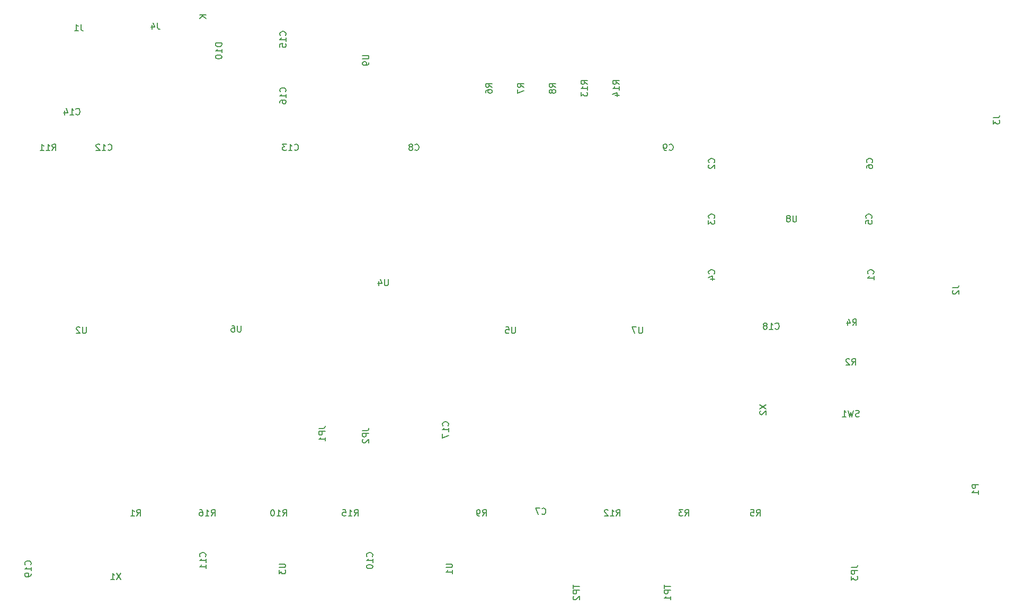
<source format=gbr>
%TF.GenerationSoftware,KiCad,Pcbnew,(6.0.11)*%
%TF.CreationDate,2024-01-26T22:10:08-05:00*%
%TF.ProjectId,FirstZ80,46697273-745a-4383-902e-6b696361645f,rev?*%
%TF.SameCoordinates,Original*%
%TF.FileFunction,Legend,Bot*%
%TF.FilePolarity,Positive*%
%FSLAX46Y46*%
G04 Gerber Fmt 4.6, Leading zero omitted, Abs format (unit mm)*
G04 Created by KiCad (PCBNEW (6.0.11)) date 2024-01-26 22:10:08*
%MOMM*%
%LPD*%
G01*
G04 APERTURE LIST*
%ADD10C,0.150000*%
G04 APERTURE END LIST*
D10*
%TO.C,U3*%
X103587380Y-149088095D02*
X104396904Y-149088095D01*
X104492142Y-149135714D01*
X104539761Y-149183333D01*
X104587380Y-149278571D01*
X104587380Y-149469047D01*
X104539761Y-149564285D01*
X104492142Y-149611904D01*
X104396904Y-149659523D01*
X103587380Y-149659523D01*
X103587380Y-150040476D02*
X103587380Y-150659523D01*
X103968333Y-150326190D01*
X103968333Y-150469047D01*
X104015952Y-150564285D01*
X104063571Y-150611904D01*
X104158809Y-150659523D01*
X104396904Y-150659523D01*
X104492142Y-150611904D01*
X104539761Y-150564285D01*
X104587380Y-150469047D01*
X104587380Y-150183333D01*
X104539761Y-150088095D01*
X104492142Y-150040476D01*
%TO.C,TP1*%
X165187380Y-152408095D02*
X165187380Y-152979523D01*
X166187380Y-152693809D02*
X165187380Y-152693809D01*
X166187380Y-153312857D02*
X165187380Y-153312857D01*
X165187380Y-153693809D01*
X165235000Y-153789047D01*
X165282619Y-153836666D01*
X165377857Y-153884285D01*
X165520714Y-153884285D01*
X165615952Y-153836666D01*
X165663571Y-153789047D01*
X165711190Y-153693809D01*
X165711190Y-153312857D01*
X166187380Y-154836666D02*
X166187380Y-154265238D01*
X166187380Y-154550952D02*
X165187380Y-154550952D01*
X165330238Y-154455714D01*
X165425476Y-154360476D01*
X165473095Y-154265238D01*
%TO.C,C3*%
X173122054Y-93813333D02*
X173169673Y-93765714D01*
X173217292Y-93622857D01*
X173217292Y-93527619D01*
X173169673Y-93384761D01*
X173074435Y-93289523D01*
X172979197Y-93241904D01*
X172788721Y-93194285D01*
X172645864Y-93194285D01*
X172455388Y-93241904D01*
X172360150Y-93289523D01*
X172264912Y-93384761D01*
X172217292Y-93527619D01*
X172217292Y-93622857D01*
X172264912Y-93765714D01*
X172312531Y-93813333D01*
X172217292Y-94146666D02*
X172217292Y-94765714D01*
X172598245Y-94432380D01*
X172598245Y-94575238D01*
X172645864Y-94670476D01*
X172693483Y-94718095D01*
X172788721Y-94765714D01*
X173026816Y-94765714D01*
X173122054Y-94718095D01*
X173169673Y-94670476D01*
X173217292Y-94575238D01*
X173217292Y-94289523D01*
X173169673Y-94194285D01*
X173122054Y-94146666D01*
%TO.C,J1*%
X71913333Y-62854880D02*
X71913333Y-63569166D01*
X71960952Y-63712023D01*
X72056190Y-63807261D01*
X72199047Y-63854880D01*
X72294285Y-63854880D01*
X70913333Y-63854880D02*
X71484761Y-63854880D01*
X71199047Y-63854880D02*
X71199047Y-62854880D01*
X71294285Y-62997738D01*
X71389523Y-63092976D01*
X71484761Y-63140595D01*
%TO.C,JP2*%
X116927380Y-127749166D02*
X117641666Y-127749166D01*
X117784523Y-127701547D01*
X117879761Y-127606309D01*
X117927380Y-127463452D01*
X117927380Y-127368214D01*
X117927380Y-128225357D02*
X116927380Y-128225357D01*
X116927380Y-128606309D01*
X116975000Y-128701547D01*
X117022619Y-128749166D01*
X117117857Y-128796785D01*
X117260714Y-128796785D01*
X117355952Y-128749166D01*
X117403571Y-128701547D01*
X117451190Y-128606309D01*
X117451190Y-128225357D01*
X117022619Y-129177738D02*
X116975000Y-129225357D01*
X116927380Y-129320595D01*
X116927380Y-129558690D01*
X116975000Y-129653928D01*
X117022619Y-129701547D01*
X117117857Y-129749166D01*
X117213095Y-129749166D01*
X117355952Y-129701547D01*
X117927380Y-129130119D01*
X117927380Y-129749166D01*
%TO.C,C11*%
X91797142Y-147907142D02*
X91844761Y-147859523D01*
X91892380Y-147716666D01*
X91892380Y-147621428D01*
X91844761Y-147478571D01*
X91749523Y-147383333D01*
X91654285Y-147335714D01*
X91463809Y-147288095D01*
X91320952Y-147288095D01*
X91130476Y-147335714D01*
X91035238Y-147383333D01*
X90940000Y-147478571D01*
X90892380Y-147621428D01*
X90892380Y-147716666D01*
X90940000Y-147859523D01*
X90987619Y-147907142D01*
X91892380Y-148859523D02*
X91892380Y-148288095D01*
X91892380Y-148573809D02*
X90892380Y-148573809D01*
X91035238Y-148478571D01*
X91130476Y-148383333D01*
X91178095Y-148288095D01*
X91892380Y-149811904D02*
X91892380Y-149240476D01*
X91892380Y-149526190D02*
X90892380Y-149526190D01*
X91035238Y-149430952D01*
X91130476Y-149335714D01*
X91178095Y-149240476D01*
%TO.C,U1*%
X130262380Y-149088095D02*
X131071904Y-149088095D01*
X131167142Y-149135714D01*
X131214761Y-149183333D01*
X131262380Y-149278571D01*
X131262380Y-149469047D01*
X131214761Y-149564285D01*
X131167142Y-149611904D01*
X131071904Y-149659523D01*
X130262380Y-149659523D01*
X131262380Y-150659523D02*
X131262380Y-150088095D01*
X131262380Y-150373809D02*
X130262380Y-150373809D01*
X130405238Y-150278571D01*
X130500476Y-150183333D01*
X130548095Y-150088095D01*
%TO.C,C18*%
X182887857Y-111482142D02*
X182935476Y-111529761D01*
X183078333Y-111577380D01*
X183173571Y-111577380D01*
X183316428Y-111529761D01*
X183411666Y-111434523D01*
X183459285Y-111339285D01*
X183506904Y-111148809D01*
X183506904Y-111005952D01*
X183459285Y-110815476D01*
X183411666Y-110720238D01*
X183316428Y-110625000D01*
X183173571Y-110577380D01*
X183078333Y-110577380D01*
X182935476Y-110625000D01*
X182887857Y-110672619D01*
X181935476Y-111577380D02*
X182506904Y-111577380D01*
X182221190Y-111577380D02*
X182221190Y-110577380D01*
X182316428Y-110720238D01*
X182411666Y-110815476D01*
X182506904Y-110863095D01*
X181364047Y-111005952D02*
X181459285Y-110958333D01*
X181506904Y-110910714D01*
X181554523Y-110815476D01*
X181554523Y-110767857D01*
X181506904Y-110672619D01*
X181459285Y-110625000D01*
X181364047Y-110577380D01*
X181173571Y-110577380D01*
X181078333Y-110625000D01*
X181030714Y-110672619D01*
X180983095Y-110767857D01*
X180983095Y-110815476D01*
X181030714Y-110910714D01*
X181078333Y-110958333D01*
X181173571Y-111005952D01*
X181364047Y-111005952D01*
X181459285Y-111053571D01*
X181506904Y-111101190D01*
X181554523Y-111196428D01*
X181554523Y-111386904D01*
X181506904Y-111482142D01*
X181459285Y-111529761D01*
X181364047Y-111577380D01*
X181173571Y-111577380D01*
X181078333Y-111529761D01*
X181030714Y-111482142D01*
X180983095Y-111386904D01*
X180983095Y-111196428D01*
X181030714Y-111101190D01*
X181078333Y-111053571D01*
X181173571Y-111005952D01*
%TO.C,C9*%
X165941666Y-82907142D02*
X165989285Y-82954761D01*
X166132142Y-83002380D01*
X166227380Y-83002380D01*
X166370238Y-82954761D01*
X166465476Y-82859523D01*
X166513095Y-82764285D01*
X166560714Y-82573809D01*
X166560714Y-82430952D01*
X166513095Y-82240476D01*
X166465476Y-82145238D01*
X166370238Y-82050000D01*
X166227380Y-82002380D01*
X166132142Y-82002380D01*
X165989285Y-82050000D01*
X165941666Y-82097619D01*
X165465476Y-83002380D02*
X165275000Y-83002380D01*
X165179761Y-82954761D01*
X165132142Y-82907142D01*
X165036904Y-82764285D01*
X164989285Y-82573809D01*
X164989285Y-82192857D01*
X165036904Y-82097619D01*
X165084523Y-82050000D01*
X165179761Y-82002380D01*
X165370238Y-82002380D01*
X165465476Y-82050000D01*
X165513095Y-82097619D01*
X165560714Y-82192857D01*
X165560714Y-82430952D01*
X165513095Y-82526190D01*
X165465476Y-82573809D01*
X165370238Y-82621428D01*
X165179761Y-82621428D01*
X165084523Y-82573809D01*
X165036904Y-82526190D01*
X164989285Y-82430952D01*
%TO.C,R8*%
X147772380Y-72893333D02*
X147296190Y-72560000D01*
X147772380Y-72321904D02*
X146772380Y-72321904D01*
X146772380Y-72702857D01*
X146820000Y-72798095D01*
X146867619Y-72845714D01*
X146962857Y-72893333D01*
X147105714Y-72893333D01*
X147200952Y-72845714D01*
X147248571Y-72798095D01*
X147296190Y-72702857D01*
X147296190Y-72321904D01*
X147200952Y-73464761D02*
X147153333Y-73369523D01*
X147105714Y-73321904D01*
X147010476Y-73274285D01*
X146962857Y-73274285D01*
X146867619Y-73321904D01*
X146820000Y-73369523D01*
X146772380Y-73464761D01*
X146772380Y-73655238D01*
X146820000Y-73750476D01*
X146867619Y-73798095D01*
X146962857Y-73845714D01*
X147010476Y-73845714D01*
X147105714Y-73798095D01*
X147153333Y-73750476D01*
X147200952Y-73655238D01*
X147200952Y-73464761D01*
X147248571Y-73369523D01*
X147296190Y-73321904D01*
X147391428Y-73274285D01*
X147581904Y-73274285D01*
X147677142Y-73321904D01*
X147724761Y-73369523D01*
X147772380Y-73464761D01*
X147772380Y-73655238D01*
X147724761Y-73750476D01*
X147677142Y-73798095D01*
X147581904Y-73845714D01*
X147391428Y-73845714D01*
X147296190Y-73798095D01*
X147248571Y-73750476D01*
X147200952Y-73655238D01*
%TO.C,C1*%
X198542042Y-102703333D02*
X198589661Y-102655714D01*
X198637280Y-102512857D01*
X198637280Y-102417619D01*
X198589661Y-102274761D01*
X198494423Y-102179523D01*
X198399185Y-102131904D01*
X198208709Y-102084285D01*
X198065852Y-102084285D01*
X197875376Y-102131904D01*
X197780138Y-102179523D01*
X197684900Y-102274761D01*
X197637280Y-102417619D01*
X197637280Y-102512857D01*
X197684900Y-102655714D01*
X197732519Y-102703333D01*
X198637280Y-103655714D02*
X198637280Y-103084285D01*
X198637280Y-103370000D02*
X197637280Y-103370000D01*
X197780138Y-103274761D01*
X197875376Y-103179523D01*
X197922995Y-103084285D01*
%TO.C,R15*%
X115602857Y-141422380D02*
X115936190Y-140946190D01*
X116174285Y-141422380D02*
X116174285Y-140422380D01*
X115793333Y-140422380D01*
X115698095Y-140470000D01*
X115650476Y-140517619D01*
X115602857Y-140612857D01*
X115602857Y-140755714D01*
X115650476Y-140850952D01*
X115698095Y-140898571D01*
X115793333Y-140946190D01*
X116174285Y-140946190D01*
X114650476Y-141422380D02*
X115221904Y-141422380D01*
X114936190Y-141422380D02*
X114936190Y-140422380D01*
X115031428Y-140565238D01*
X115126666Y-140660476D01*
X115221904Y-140708095D01*
X113745714Y-140422380D02*
X114221904Y-140422380D01*
X114269523Y-140898571D01*
X114221904Y-140850952D01*
X114126666Y-140803333D01*
X113888571Y-140803333D01*
X113793333Y-140850952D01*
X113745714Y-140898571D01*
X113698095Y-140993809D01*
X113698095Y-141231904D01*
X113745714Y-141327142D01*
X113793333Y-141374761D01*
X113888571Y-141422380D01*
X114126666Y-141422380D01*
X114221904Y-141374761D01*
X114269523Y-141327142D01*
%TO.C,U2*%
X72741904Y-111217380D02*
X72741904Y-112026904D01*
X72694285Y-112122142D01*
X72646666Y-112169761D01*
X72551428Y-112217380D01*
X72360952Y-112217380D01*
X72265714Y-112169761D01*
X72218095Y-112122142D01*
X72170476Y-112026904D01*
X72170476Y-111217380D01*
X71741904Y-111312619D02*
X71694285Y-111265000D01*
X71599047Y-111217380D01*
X71360952Y-111217380D01*
X71265714Y-111265000D01*
X71218095Y-111312619D01*
X71170476Y-111407857D01*
X71170476Y-111503095D01*
X71218095Y-111645952D01*
X71789523Y-112217380D01*
X71170476Y-112217380D01*
%TO.C,C19*%
X63857142Y-149217142D02*
X63904761Y-149169523D01*
X63952380Y-149026666D01*
X63952380Y-148931428D01*
X63904761Y-148788571D01*
X63809523Y-148693333D01*
X63714285Y-148645714D01*
X63523809Y-148598095D01*
X63380952Y-148598095D01*
X63190476Y-148645714D01*
X63095238Y-148693333D01*
X63000000Y-148788571D01*
X62952380Y-148931428D01*
X62952380Y-149026666D01*
X63000000Y-149169523D01*
X63047619Y-149217142D01*
X63952380Y-150169523D02*
X63952380Y-149598095D01*
X63952380Y-149883809D02*
X62952380Y-149883809D01*
X63095238Y-149788571D01*
X63190476Y-149693333D01*
X63238095Y-149598095D01*
X63952380Y-150645714D02*
X63952380Y-150836190D01*
X63904761Y-150931428D01*
X63857142Y-150979047D01*
X63714285Y-151074285D01*
X63523809Y-151121904D01*
X63142857Y-151121904D01*
X63047619Y-151074285D01*
X63000000Y-151026666D01*
X62952380Y-150931428D01*
X62952380Y-150740952D01*
X63000000Y-150645714D01*
X63047619Y-150598095D01*
X63142857Y-150550476D01*
X63380952Y-150550476D01*
X63476190Y-150598095D01*
X63523809Y-150645714D01*
X63571428Y-150740952D01*
X63571428Y-150931428D01*
X63523809Y-151026666D01*
X63476190Y-151074285D01*
X63380952Y-151121904D01*
%TO.C,C6*%
X198368252Y-84923333D02*
X198415871Y-84875714D01*
X198463490Y-84732857D01*
X198463490Y-84637619D01*
X198415871Y-84494761D01*
X198320633Y-84399523D01*
X198225395Y-84351904D01*
X198034919Y-84304285D01*
X197892062Y-84304285D01*
X197701586Y-84351904D01*
X197606348Y-84399523D01*
X197511110Y-84494761D01*
X197463490Y-84637619D01*
X197463490Y-84732857D01*
X197511110Y-84875714D01*
X197558729Y-84923333D01*
X197463490Y-85780476D02*
X197463490Y-85590000D01*
X197511110Y-85494761D01*
X197558729Y-85447142D01*
X197701586Y-85351904D01*
X197892062Y-85304285D01*
X198273014Y-85304285D01*
X198368252Y-85351904D01*
X198415871Y-85399523D01*
X198463490Y-85494761D01*
X198463490Y-85685238D01*
X198415871Y-85780476D01*
X198368252Y-85828095D01*
X198273014Y-85875714D01*
X198034919Y-85875714D01*
X197939681Y-85828095D01*
X197892062Y-85780476D01*
X197844443Y-85685238D01*
X197844443Y-85494761D01*
X197892062Y-85399523D01*
X197939681Y-85351904D01*
X198034919Y-85304285D01*
%TO.C,U8*%
X186266904Y-93402380D02*
X186266904Y-94211904D01*
X186219285Y-94307142D01*
X186171666Y-94354761D01*
X186076428Y-94402380D01*
X185885952Y-94402380D01*
X185790714Y-94354761D01*
X185743095Y-94307142D01*
X185695476Y-94211904D01*
X185695476Y-93402380D01*
X185076428Y-93830952D02*
X185171666Y-93783333D01*
X185219285Y-93735714D01*
X185266904Y-93640476D01*
X185266904Y-93592857D01*
X185219285Y-93497619D01*
X185171666Y-93450000D01*
X185076428Y-93402380D01*
X184885952Y-93402380D01*
X184790714Y-93450000D01*
X184743095Y-93497619D01*
X184695476Y-93592857D01*
X184695476Y-93640476D01*
X184743095Y-93735714D01*
X184790714Y-93783333D01*
X184885952Y-93830952D01*
X185076428Y-93830952D01*
X185171666Y-93878571D01*
X185219285Y-93926190D01*
X185266904Y-94021428D01*
X185266904Y-94211904D01*
X185219285Y-94307142D01*
X185171666Y-94354761D01*
X185076428Y-94402380D01*
X184885952Y-94402380D01*
X184790714Y-94354761D01*
X184743095Y-94307142D01*
X184695476Y-94211904D01*
X184695476Y-94021428D01*
X184743095Y-93926190D01*
X184790714Y-93878571D01*
X184885952Y-93830952D01*
%TO.C,R1*%
X80836666Y-141422380D02*
X81170000Y-140946190D01*
X81408095Y-141422380D02*
X81408095Y-140422380D01*
X81027142Y-140422380D01*
X80931904Y-140470000D01*
X80884285Y-140517619D01*
X80836666Y-140612857D01*
X80836666Y-140755714D01*
X80884285Y-140850952D01*
X80931904Y-140898571D01*
X81027142Y-140946190D01*
X81408095Y-140946190D01*
X79884285Y-141422380D02*
X80455714Y-141422380D01*
X80170000Y-141422380D02*
X80170000Y-140422380D01*
X80265238Y-140565238D01*
X80360476Y-140660476D01*
X80455714Y-140708095D01*
%TO.C,R2*%
X195111666Y-117292380D02*
X195445000Y-116816190D01*
X195683095Y-117292380D02*
X195683095Y-116292380D01*
X195302142Y-116292380D01*
X195206904Y-116340000D01*
X195159285Y-116387619D01*
X195111666Y-116482857D01*
X195111666Y-116625714D01*
X195159285Y-116720952D01*
X195206904Y-116768571D01*
X195302142Y-116816190D01*
X195683095Y-116816190D01*
X194730714Y-116387619D02*
X194683095Y-116340000D01*
X194587857Y-116292380D01*
X194349761Y-116292380D01*
X194254523Y-116340000D01*
X194206904Y-116387619D01*
X194159285Y-116482857D01*
X194159285Y-116578095D01*
X194206904Y-116720952D01*
X194778333Y-117292380D01*
X194159285Y-117292380D01*
%TO.C,C8*%
X125301666Y-82907142D02*
X125349285Y-82954761D01*
X125492142Y-83002380D01*
X125587380Y-83002380D01*
X125730238Y-82954761D01*
X125825476Y-82859523D01*
X125873095Y-82764285D01*
X125920714Y-82573809D01*
X125920714Y-82430952D01*
X125873095Y-82240476D01*
X125825476Y-82145238D01*
X125730238Y-82050000D01*
X125587380Y-82002380D01*
X125492142Y-82002380D01*
X125349285Y-82050000D01*
X125301666Y-82097619D01*
X124730238Y-82430952D02*
X124825476Y-82383333D01*
X124873095Y-82335714D01*
X124920714Y-82240476D01*
X124920714Y-82192857D01*
X124873095Y-82097619D01*
X124825476Y-82050000D01*
X124730238Y-82002380D01*
X124539761Y-82002380D01*
X124444523Y-82050000D01*
X124396904Y-82097619D01*
X124349285Y-82192857D01*
X124349285Y-82240476D01*
X124396904Y-82335714D01*
X124444523Y-82383333D01*
X124539761Y-82430952D01*
X124730238Y-82430952D01*
X124825476Y-82478571D01*
X124873095Y-82526190D01*
X124920714Y-82621428D01*
X124920714Y-82811904D01*
X124873095Y-82907142D01*
X124825476Y-82954761D01*
X124730238Y-83002380D01*
X124539761Y-83002380D01*
X124444523Y-82954761D01*
X124396904Y-82907142D01*
X124349285Y-82811904D01*
X124349285Y-82621428D01*
X124396904Y-82526190D01*
X124444523Y-82478571D01*
X124539761Y-82430952D01*
%TO.C,R7*%
X142692380Y-72893333D02*
X142216190Y-72560000D01*
X142692380Y-72321904D02*
X141692380Y-72321904D01*
X141692380Y-72702857D01*
X141740000Y-72798095D01*
X141787619Y-72845714D01*
X141882857Y-72893333D01*
X142025714Y-72893333D01*
X142120952Y-72845714D01*
X142168571Y-72798095D01*
X142216190Y-72702857D01*
X142216190Y-72321904D01*
X141692380Y-73226666D02*
X141692380Y-73893333D01*
X142692380Y-73464761D01*
%TO.C,U7*%
X161641904Y-111217380D02*
X161641904Y-112026904D01*
X161594285Y-112122142D01*
X161546666Y-112169761D01*
X161451428Y-112217380D01*
X161260952Y-112217380D01*
X161165714Y-112169761D01*
X161118095Y-112122142D01*
X161070476Y-112026904D01*
X161070476Y-111217380D01*
X160689523Y-111217380D02*
X160022857Y-111217380D01*
X160451428Y-112217380D01*
%TO.C,R3*%
X168441666Y-141422380D02*
X168775000Y-140946190D01*
X169013095Y-141422380D02*
X169013095Y-140422380D01*
X168632142Y-140422380D01*
X168536904Y-140470000D01*
X168489285Y-140517619D01*
X168441666Y-140612857D01*
X168441666Y-140755714D01*
X168489285Y-140850952D01*
X168536904Y-140898571D01*
X168632142Y-140946190D01*
X169013095Y-140946190D01*
X168108333Y-140422380D02*
X167489285Y-140422380D01*
X167822619Y-140803333D01*
X167679761Y-140803333D01*
X167584523Y-140850952D01*
X167536904Y-140898571D01*
X167489285Y-140993809D01*
X167489285Y-141231904D01*
X167536904Y-141327142D01*
X167584523Y-141374761D01*
X167679761Y-141422380D01*
X167965476Y-141422380D01*
X168060714Y-141374761D01*
X168108333Y-141327142D01*
%TO.C,C5*%
X198252714Y-93813333D02*
X198300333Y-93765714D01*
X198347952Y-93622857D01*
X198347952Y-93527619D01*
X198300333Y-93384761D01*
X198205095Y-93289523D01*
X198109857Y-93241904D01*
X197919381Y-93194285D01*
X197776524Y-93194285D01*
X197586048Y-93241904D01*
X197490810Y-93289523D01*
X197395572Y-93384761D01*
X197347952Y-93527619D01*
X197347952Y-93622857D01*
X197395572Y-93765714D01*
X197443191Y-93813333D01*
X197347952Y-94718095D02*
X197347952Y-94241904D01*
X197824143Y-94194285D01*
X197776524Y-94241904D01*
X197728905Y-94337142D01*
X197728905Y-94575238D01*
X197776524Y-94670476D01*
X197824143Y-94718095D01*
X197919381Y-94765714D01*
X198157476Y-94765714D01*
X198252714Y-94718095D01*
X198300333Y-94670476D01*
X198347952Y-94575238D01*
X198347952Y-94337142D01*
X198300333Y-94241904D01*
X198252714Y-94194285D01*
%TO.C,R9*%
X136106666Y-141422380D02*
X136440000Y-140946190D01*
X136678095Y-141422380D02*
X136678095Y-140422380D01*
X136297142Y-140422380D01*
X136201904Y-140470000D01*
X136154285Y-140517619D01*
X136106666Y-140612857D01*
X136106666Y-140755714D01*
X136154285Y-140850952D01*
X136201904Y-140898571D01*
X136297142Y-140946190D01*
X136678095Y-140946190D01*
X135630476Y-141422380D02*
X135440000Y-141422380D01*
X135344761Y-141374761D01*
X135297142Y-141327142D01*
X135201904Y-141184285D01*
X135154285Y-140993809D01*
X135154285Y-140612857D01*
X135201904Y-140517619D01*
X135249523Y-140470000D01*
X135344761Y-140422380D01*
X135535238Y-140422380D01*
X135630476Y-140470000D01*
X135678095Y-140517619D01*
X135725714Y-140612857D01*
X135725714Y-140850952D01*
X135678095Y-140946190D01*
X135630476Y-140993809D01*
X135535238Y-141041428D01*
X135344761Y-141041428D01*
X135249523Y-140993809D01*
X135201904Y-140946190D01*
X135154285Y-140850952D01*
%TO.C,JP3*%
X195032380Y-149661666D02*
X195746666Y-149661666D01*
X195889523Y-149614047D01*
X195984761Y-149518809D01*
X196032380Y-149375952D01*
X196032380Y-149280714D01*
X196032380Y-150137857D02*
X195032380Y-150137857D01*
X195032380Y-150518809D01*
X195080000Y-150614047D01*
X195127619Y-150661666D01*
X195222857Y-150709285D01*
X195365714Y-150709285D01*
X195460952Y-150661666D01*
X195508571Y-150614047D01*
X195556190Y-150518809D01*
X195556190Y-150137857D01*
X195032380Y-151042619D02*
X195032380Y-151661666D01*
X195413333Y-151328333D01*
X195413333Y-151471190D01*
X195460952Y-151566428D01*
X195508571Y-151614047D01*
X195603809Y-151661666D01*
X195841904Y-151661666D01*
X195937142Y-151614047D01*
X195984761Y-151566428D01*
X196032380Y-151471190D01*
X196032380Y-151185476D01*
X195984761Y-151090238D01*
X195937142Y-151042619D01*
%TO.C,P1*%
X215337380Y-136421904D02*
X214337380Y-136421904D01*
X214337380Y-136802857D01*
X214385000Y-136898095D01*
X214432619Y-136945714D01*
X214527857Y-136993333D01*
X214670714Y-136993333D01*
X214765952Y-136945714D01*
X214813571Y-136898095D01*
X214861190Y-136802857D01*
X214861190Y-136421904D01*
X215337380Y-137945714D02*
X215337380Y-137374285D01*
X215337380Y-137660000D02*
X214337380Y-137660000D01*
X214480238Y-137564761D01*
X214575476Y-137469523D01*
X214623095Y-137374285D01*
%TO.C,C12*%
X76247857Y-82907142D02*
X76295476Y-82954761D01*
X76438333Y-83002380D01*
X76533571Y-83002380D01*
X76676428Y-82954761D01*
X76771666Y-82859523D01*
X76819285Y-82764285D01*
X76866904Y-82573809D01*
X76866904Y-82430952D01*
X76819285Y-82240476D01*
X76771666Y-82145238D01*
X76676428Y-82050000D01*
X76533571Y-82002380D01*
X76438333Y-82002380D01*
X76295476Y-82050000D01*
X76247857Y-82097619D01*
X75295476Y-83002380D02*
X75866904Y-83002380D01*
X75581190Y-83002380D02*
X75581190Y-82002380D01*
X75676428Y-82145238D01*
X75771666Y-82240476D01*
X75866904Y-82288095D01*
X74914523Y-82097619D02*
X74866904Y-82050000D01*
X74771666Y-82002380D01*
X74533571Y-82002380D01*
X74438333Y-82050000D01*
X74390714Y-82097619D01*
X74343095Y-82192857D01*
X74343095Y-82288095D01*
X74390714Y-82430952D01*
X74962142Y-83002380D01*
X74343095Y-83002380D01*
%TO.C,SW1*%
X196278333Y-125499761D02*
X196135476Y-125547380D01*
X195897380Y-125547380D01*
X195802142Y-125499761D01*
X195754523Y-125452142D01*
X195706904Y-125356904D01*
X195706904Y-125261666D01*
X195754523Y-125166428D01*
X195802142Y-125118809D01*
X195897380Y-125071190D01*
X196087857Y-125023571D01*
X196183095Y-124975952D01*
X196230714Y-124928333D01*
X196278333Y-124833095D01*
X196278333Y-124737857D01*
X196230714Y-124642619D01*
X196183095Y-124595000D01*
X196087857Y-124547380D01*
X195849761Y-124547380D01*
X195706904Y-124595000D01*
X195373571Y-124547380D02*
X195135476Y-125547380D01*
X194945000Y-124833095D01*
X194754523Y-125547380D01*
X194516428Y-124547380D01*
X193611666Y-125547380D02*
X194183095Y-125547380D01*
X193897380Y-125547380D02*
X193897380Y-124547380D01*
X193992619Y-124690238D01*
X194087857Y-124785476D01*
X194183095Y-124833095D01*
%TO.C,C13*%
X106052857Y-82907142D02*
X106100476Y-82954761D01*
X106243333Y-83002380D01*
X106338571Y-83002380D01*
X106481428Y-82954761D01*
X106576666Y-82859523D01*
X106624285Y-82764285D01*
X106671904Y-82573809D01*
X106671904Y-82430952D01*
X106624285Y-82240476D01*
X106576666Y-82145238D01*
X106481428Y-82050000D01*
X106338571Y-82002380D01*
X106243333Y-82002380D01*
X106100476Y-82050000D01*
X106052857Y-82097619D01*
X105100476Y-83002380D02*
X105671904Y-83002380D01*
X105386190Y-83002380D02*
X105386190Y-82002380D01*
X105481428Y-82145238D01*
X105576666Y-82240476D01*
X105671904Y-82288095D01*
X104767142Y-82002380D02*
X104148095Y-82002380D01*
X104481428Y-82383333D01*
X104338571Y-82383333D01*
X104243333Y-82430952D01*
X104195714Y-82478571D01*
X104148095Y-82573809D01*
X104148095Y-82811904D01*
X104195714Y-82907142D01*
X104243333Y-82954761D01*
X104338571Y-83002380D01*
X104624285Y-83002380D01*
X104719523Y-82954761D01*
X104767142Y-82907142D01*
%TO.C,C16*%
X104607167Y-73607142D02*
X104654786Y-73559523D01*
X104702405Y-73416666D01*
X104702405Y-73321428D01*
X104654786Y-73178571D01*
X104559548Y-73083333D01*
X104464310Y-73035714D01*
X104273834Y-72988095D01*
X104130977Y-72988095D01*
X103940501Y-73035714D01*
X103845263Y-73083333D01*
X103750025Y-73178571D01*
X103702405Y-73321428D01*
X103702405Y-73416666D01*
X103750025Y-73559523D01*
X103797644Y-73607142D01*
X104702405Y-74559523D02*
X104702405Y-73988095D01*
X104702405Y-74273809D02*
X103702405Y-74273809D01*
X103845263Y-74178571D01*
X103940501Y-74083333D01*
X103988120Y-73988095D01*
X103702405Y-75416666D02*
X103702405Y-75226190D01*
X103750025Y-75130952D01*
X103797644Y-75083333D01*
X103940501Y-74988095D01*
X104130977Y-74940476D01*
X104511929Y-74940476D01*
X104607167Y-74988095D01*
X104654786Y-75035714D01*
X104702405Y-75130952D01*
X104702405Y-75321428D01*
X104654786Y-75416666D01*
X104607167Y-75464285D01*
X104511929Y-75511904D01*
X104273834Y-75511904D01*
X104178596Y-75464285D01*
X104130977Y-75416666D01*
X104083358Y-75321428D01*
X104083358Y-75130952D01*
X104130977Y-75035714D01*
X104178596Y-74988095D01*
X104273834Y-74940476D01*
%TO.C,R14*%
X157932380Y-72417142D02*
X157456190Y-72083809D01*
X157932380Y-71845714D02*
X156932380Y-71845714D01*
X156932380Y-72226666D01*
X156980000Y-72321904D01*
X157027619Y-72369523D01*
X157122857Y-72417142D01*
X157265714Y-72417142D01*
X157360952Y-72369523D01*
X157408571Y-72321904D01*
X157456190Y-72226666D01*
X157456190Y-71845714D01*
X157932380Y-73369523D02*
X157932380Y-72798095D01*
X157932380Y-73083809D02*
X156932380Y-73083809D01*
X157075238Y-72988571D01*
X157170476Y-72893333D01*
X157218095Y-72798095D01*
X157265714Y-74226666D02*
X157932380Y-74226666D01*
X156884761Y-73988571D02*
X157599047Y-73750476D01*
X157599047Y-74369523D01*
%TO.C,R13*%
X152852380Y-72417142D02*
X152376190Y-72083809D01*
X152852380Y-71845714D02*
X151852380Y-71845714D01*
X151852380Y-72226666D01*
X151900000Y-72321904D01*
X151947619Y-72369523D01*
X152042857Y-72417142D01*
X152185714Y-72417142D01*
X152280952Y-72369523D01*
X152328571Y-72321904D01*
X152376190Y-72226666D01*
X152376190Y-71845714D01*
X152852380Y-73369523D02*
X152852380Y-72798095D01*
X152852380Y-73083809D02*
X151852380Y-73083809D01*
X151995238Y-72988571D01*
X152090476Y-72893333D01*
X152138095Y-72798095D01*
X151852380Y-73702857D02*
X151852380Y-74321904D01*
X152233333Y-73988571D01*
X152233333Y-74131428D01*
X152280952Y-74226666D01*
X152328571Y-74274285D01*
X152423809Y-74321904D01*
X152661904Y-74321904D01*
X152757142Y-74274285D01*
X152804761Y-74226666D01*
X152852380Y-74131428D01*
X152852380Y-73845714D01*
X152804761Y-73750476D01*
X152757142Y-73702857D01*
%TO.C,R10*%
X104172857Y-141422380D02*
X104506190Y-140946190D01*
X104744285Y-141422380D02*
X104744285Y-140422380D01*
X104363333Y-140422380D01*
X104268095Y-140470000D01*
X104220476Y-140517619D01*
X104172857Y-140612857D01*
X104172857Y-140755714D01*
X104220476Y-140850952D01*
X104268095Y-140898571D01*
X104363333Y-140946190D01*
X104744285Y-140946190D01*
X103220476Y-141422380D02*
X103791904Y-141422380D01*
X103506190Y-141422380D02*
X103506190Y-140422380D01*
X103601428Y-140565238D01*
X103696666Y-140660476D01*
X103791904Y-140708095D01*
X102601428Y-140422380D02*
X102506190Y-140422380D01*
X102410952Y-140470000D01*
X102363333Y-140517619D01*
X102315714Y-140612857D01*
X102268095Y-140803333D01*
X102268095Y-141041428D01*
X102315714Y-141231904D01*
X102363333Y-141327142D01*
X102410952Y-141374761D01*
X102506190Y-141422380D01*
X102601428Y-141422380D01*
X102696666Y-141374761D01*
X102744285Y-141327142D01*
X102791904Y-141231904D01*
X102839523Y-141041428D01*
X102839523Y-140803333D01*
X102791904Y-140612857D01*
X102744285Y-140517619D01*
X102696666Y-140470000D01*
X102601428Y-140422380D01*
%TO.C,C14*%
X71127857Y-77192142D02*
X71175476Y-77239761D01*
X71318333Y-77287380D01*
X71413571Y-77287380D01*
X71556428Y-77239761D01*
X71651666Y-77144523D01*
X71699285Y-77049285D01*
X71746904Y-76858809D01*
X71746904Y-76715952D01*
X71699285Y-76525476D01*
X71651666Y-76430238D01*
X71556428Y-76335000D01*
X71413571Y-76287380D01*
X71318333Y-76287380D01*
X71175476Y-76335000D01*
X71127857Y-76382619D01*
X70175476Y-77287380D02*
X70746904Y-77287380D01*
X70461190Y-77287380D02*
X70461190Y-76287380D01*
X70556428Y-76430238D01*
X70651666Y-76525476D01*
X70746904Y-76573095D01*
X69318333Y-76620714D02*
X69318333Y-77287380D01*
X69556428Y-76239761D02*
X69794523Y-76954047D01*
X69175476Y-76954047D01*
%TO.C,X1*%
X78279523Y-150582380D02*
X77612857Y-151582380D01*
X77612857Y-150582380D02*
X78279523Y-151582380D01*
X76708095Y-151582380D02*
X77279523Y-151582380D01*
X76993809Y-151582380D02*
X76993809Y-150582380D01*
X77089047Y-150725238D01*
X77184285Y-150820476D01*
X77279523Y-150868095D01*
%TO.C,J2*%
X211207380Y-104951666D02*
X211921666Y-104951666D01*
X212064523Y-104904047D01*
X212159761Y-104808809D01*
X212207380Y-104665952D01*
X212207380Y-104570714D01*
X211302619Y-105380238D02*
X211255000Y-105427857D01*
X211207380Y-105523095D01*
X211207380Y-105761190D01*
X211255000Y-105856428D01*
X211302619Y-105904047D01*
X211397857Y-105951666D01*
X211493095Y-105951666D01*
X211635952Y-105904047D01*
X212207380Y-105332619D01*
X212207380Y-105951666D01*
%TO.C,R4*%
X195261666Y-110962380D02*
X195595000Y-110486190D01*
X195833095Y-110962380D02*
X195833095Y-109962380D01*
X195452142Y-109962380D01*
X195356904Y-110010000D01*
X195309285Y-110057619D01*
X195261666Y-110152857D01*
X195261666Y-110295714D01*
X195309285Y-110390952D01*
X195356904Y-110438571D01*
X195452142Y-110486190D01*
X195833095Y-110486190D01*
X194404523Y-110295714D02*
X194404523Y-110962380D01*
X194642619Y-109914761D02*
X194880714Y-110629047D01*
X194261666Y-110629047D01*
%TO.C,R6*%
X137612380Y-72893333D02*
X137136190Y-72560000D01*
X137612380Y-72321904D02*
X136612380Y-72321904D01*
X136612380Y-72702857D01*
X136660000Y-72798095D01*
X136707619Y-72845714D01*
X136802857Y-72893333D01*
X136945714Y-72893333D01*
X137040952Y-72845714D01*
X137088571Y-72798095D01*
X137136190Y-72702857D01*
X137136190Y-72321904D01*
X136612380Y-73750476D02*
X136612380Y-73560000D01*
X136660000Y-73464761D01*
X136707619Y-73417142D01*
X136850476Y-73321904D01*
X137040952Y-73274285D01*
X137421904Y-73274285D01*
X137517142Y-73321904D01*
X137564761Y-73369523D01*
X137612380Y-73464761D01*
X137612380Y-73655238D01*
X137564761Y-73750476D01*
X137517142Y-73798095D01*
X137421904Y-73845714D01*
X137183809Y-73845714D01*
X137088571Y-73798095D01*
X137040952Y-73750476D01*
X136993333Y-73655238D01*
X136993333Y-73464761D01*
X137040952Y-73369523D01*
X137088571Y-73321904D01*
X137183809Y-73274285D01*
%TO.C,R16*%
X92742857Y-141422380D02*
X93076190Y-140946190D01*
X93314285Y-141422380D02*
X93314285Y-140422380D01*
X92933333Y-140422380D01*
X92838095Y-140470000D01*
X92790476Y-140517619D01*
X92742857Y-140612857D01*
X92742857Y-140755714D01*
X92790476Y-140850952D01*
X92838095Y-140898571D01*
X92933333Y-140946190D01*
X93314285Y-140946190D01*
X91790476Y-141422380D02*
X92361904Y-141422380D01*
X92076190Y-141422380D02*
X92076190Y-140422380D01*
X92171428Y-140565238D01*
X92266666Y-140660476D01*
X92361904Y-140708095D01*
X90933333Y-140422380D02*
X91123809Y-140422380D01*
X91219047Y-140470000D01*
X91266666Y-140517619D01*
X91361904Y-140660476D01*
X91409523Y-140850952D01*
X91409523Y-141231904D01*
X91361904Y-141327142D01*
X91314285Y-141374761D01*
X91219047Y-141422380D01*
X91028571Y-141422380D01*
X90933333Y-141374761D01*
X90885714Y-141327142D01*
X90838095Y-141231904D01*
X90838095Y-140993809D01*
X90885714Y-140898571D01*
X90933333Y-140850952D01*
X91028571Y-140803333D01*
X91219047Y-140803333D01*
X91314285Y-140850952D01*
X91361904Y-140898571D01*
X91409523Y-140993809D01*
%TO.C,R11*%
X67317857Y-83002380D02*
X67651190Y-82526190D01*
X67889285Y-83002380D02*
X67889285Y-82002380D01*
X67508333Y-82002380D01*
X67413095Y-82050000D01*
X67365476Y-82097619D01*
X67317857Y-82192857D01*
X67317857Y-82335714D01*
X67365476Y-82430952D01*
X67413095Y-82478571D01*
X67508333Y-82526190D01*
X67889285Y-82526190D01*
X66365476Y-83002380D02*
X66936904Y-83002380D01*
X66651190Y-83002380D02*
X66651190Y-82002380D01*
X66746428Y-82145238D01*
X66841666Y-82240476D01*
X66936904Y-82288095D01*
X65413095Y-83002380D02*
X65984523Y-83002380D01*
X65698809Y-83002380D02*
X65698809Y-82002380D01*
X65794047Y-82145238D01*
X65889285Y-82240476D01*
X65984523Y-82288095D01*
%TO.C,C17*%
X130597042Y-126992142D02*
X130644661Y-126944523D01*
X130692280Y-126801666D01*
X130692280Y-126706428D01*
X130644661Y-126563571D01*
X130549423Y-126468333D01*
X130454185Y-126420714D01*
X130263709Y-126373095D01*
X130120852Y-126373095D01*
X129930376Y-126420714D01*
X129835138Y-126468333D01*
X129739900Y-126563571D01*
X129692280Y-126706428D01*
X129692280Y-126801666D01*
X129739900Y-126944523D01*
X129787519Y-126992142D01*
X130692280Y-127944523D02*
X130692280Y-127373095D01*
X130692280Y-127658809D02*
X129692280Y-127658809D01*
X129835138Y-127563571D01*
X129930376Y-127468333D01*
X129977995Y-127373095D01*
X129692280Y-128277857D02*
X129692280Y-128944523D01*
X130692280Y-128515952D01*
%TO.C,J3*%
X217722411Y-77771666D02*
X218436697Y-77771666D01*
X218579554Y-77724047D01*
X218674792Y-77628809D01*
X218722411Y-77485952D01*
X218722411Y-77390714D01*
X217722411Y-78152619D02*
X217722411Y-78771666D01*
X218103364Y-78438333D01*
X218103364Y-78581190D01*
X218150983Y-78676428D01*
X218198602Y-78724047D01*
X218293840Y-78771666D01*
X218531935Y-78771666D01*
X218627173Y-78724047D01*
X218674792Y-78676428D01*
X218722411Y-78581190D01*
X218722411Y-78295476D01*
X218674792Y-78200238D01*
X218627173Y-78152619D01*
%TO.C,U4*%
X121001904Y-103602380D02*
X121001904Y-104411904D01*
X120954285Y-104507142D01*
X120906666Y-104554761D01*
X120811428Y-104602380D01*
X120620952Y-104602380D01*
X120525714Y-104554761D01*
X120478095Y-104507142D01*
X120430476Y-104411904D01*
X120430476Y-103602380D01*
X119525714Y-103935714D02*
X119525714Y-104602380D01*
X119763809Y-103554761D02*
X120001904Y-104269047D01*
X119382857Y-104269047D01*
%TO.C,R12*%
X157487857Y-141422380D02*
X157821190Y-140946190D01*
X158059285Y-141422380D02*
X158059285Y-140422380D01*
X157678333Y-140422380D01*
X157583095Y-140470000D01*
X157535476Y-140517619D01*
X157487857Y-140612857D01*
X157487857Y-140755714D01*
X157535476Y-140850952D01*
X157583095Y-140898571D01*
X157678333Y-140946190D01*
X158059285Y-140946190D01*
X156535476Y-141422380D02*
X157106904Y-141422380D01*
X156821190Y-141422380D02*
X156821190Y-140422380D01*
X156916428Y-140565238D01*
X157011666Y-140660476D01*
X157106904Y-140708095D01*
X156154523Y-140517619D02*
X156106904Y-140470000D01*
X156011666Y-140422380D01*
X155773571Y-140422380D01*
X155678333Y-140470000D01*
X155630714Y-140517619D01*
X155583095Y-140612857D01*
X155583095Y-140708095D01*
X155630714Y-140850952D01*
X156202142Y-141422380D01*
X155583095Y-141422380D01*
%TO.C,C7*%
X145591666Y-141082142D02*
X145639285Y-141129761D01*
X145782142Y-141177380D01*
X145877380Y-141177380D01*
X146020238Y-141129761D01*
X146115476Y-141034523D01*
X146163095Y-140939285D01*
X146210714Y-140748809D01*
X146210714Y-140605952D01*
X146163095Y-140415476D01*
X146115476Y-140320238D01*
X146020238Y-140225000D01*
X145877380Y-140177380D01*
X145782142Y-140177380D01*
X145639285Y-140225000D01*
X145591666Y-140272619D01*
X145258333Y-140177380D02*
X144591666Y-140177380D01*
X145020238Y-141177380D01*
%TO.C,X2*%
X180427380Y-123650476D02*
X181427380Y-124317142D01*
X180427380Y-124317142D02*
X181427380Y-123650476D01*
X180522619Y-124650476D02*
X180475000Y-124698095D01*
X180427380Y-124793333D01*
X180427380Y-125031428D01*
X180475000Y-125126666D01*
X180522619Y-125174285D01*
X180617857Y-125221904D01*
X180713095Y-125221904D01*
X180855952Y-125174285D01*
X181427380Y-124602857D01*
X181427380Y-125221904D01*
%TO.C,C10*%
X118467142Y-147907142D02*
X118514761Y-147859523D01*
X118562380Y-147716666D01*
X118562380Y-147621428D01*
X118514761Y-147478571D01*
X118419523Y-147383333D01*
X118324285Y-147335714D01*
X118133809Y-147288095D01*
X117990952Y-147288095D01*
X117800476Y-147335714D01*
X117705238Y-147383333D01*
X117610000Y-147478571D01*
X117562380Y-147621428D01*
X117562380Y-147716666D01*
X117610000Y-147859523D01*
X117657619Y-147907142D01*
X118562380Y-148859523D02*
X118562380Y-148288095D01*
X118562380Y-148573809D02*
X117562380Y-148573809D01*
X117705238Y-148478571D01*
X117800476Y-148383333D01*
X117848095Y-148288095D01*
X117562380Y-149478571D02*
X117562380Y-149573809D01*
X117610000Y-149669047D01*
X117657619Y-149716666D01*
X117752857Y-149764285D01*
X117943333Y-149811904D01*
X118181428Y-149811904D01*
X118371904Y-149764285D01*
X118467142Y-149716666D01*
X118514761Y-149669047D01*
X118562380Y-149573809D01*
X118562380Y-149478571D01*
X118514761Y-149383333D01*
X118467142Y-149335714D01*
X118371904Y-149288095D01*
X118181428Y-149240476D01*
X117943333Y-149240476D01*
X117752857Y-149288095D01*
X117657619Y-149335714D01*
X117610000Y-149383333D01*
X117562380Y-149478571D01*
%TO.C,D10*%
X91892380Y-61333095D02*
X90892380Y-61333095D01*
X91892380Y-61904523D02*
X91320952Y-61475952D01*
X90892380Y-61904523D02*
X91463809Y-61333095D01*
X94432380Y-65850714D02*
X93432380Y-65850714D01*
X93432380Y-66088809D01*
X93480000Y-66231666D01*
X93575238Y-66326904D01*
X93670476Y-66374523D01*
X93860952Y-66422142D01*
X94003809Y-66422142D01*
X94194285Y-66374523D01*
X94289523Y-66326904D01*
X94384761Y-66231666D01*
X94432380Y-66088809D01*
X94432380Y-65850714D01*
X94432380Y-67374523D02*
X94432380Y-66803095D01*
X94432380Y-67088809D02*
X93432380Y-67088809D01*
X93575238Y-66993571D01*
X93670476Y-66898333D01*
X93718095Y-66803095D01*
X93432380Y-67993571D02*
X93432380Y-68088809D01*
X93480000Y-68184047D01*
X93527619Y-68231666D01*
X93622857Y-68279285D01*
X93813333Y-68326904D01*
X94051428Y-68326904D01*
X94241904Y-68279285D01*
X94337142Y-68231666D01*
X94384761Y-68184047D01*
X94432380Y-68088809D01*
X94432380Y-67993571D01*
X94384761Y-67898333D01*
X94337142Y-67850714D01*
X94241904Y-67803095D01*
X94051428Y-67755476D01*
X93813333Y-67755476D01*
X93622857Y-67803095D01*
X93527619Y-67850714D01*
X93480000Y-67898333D01*
X93432380Y-67993571D01*
%TO.C,J4*%
X84153333Y-62622380D02*
X84153333Y-63336666D01*
X84200952Y-63479523D01*
X84296190Y-63574761D01*
X84439047Y-63622380D01*
X84534285Y-63622380D01*
X83248571Y-62955714D02*
X83248571Y-63622380D01*
X83486666Y-62574761D02*
X83724761Y-63289047D01*
X83105714Y-63289047D01*
%TO.C,U5*%
X141321904Y-111217380D02*
X141321904Y-112026904D01*
X141274285Y-112122142D01*
X141226666Y-112169761D01*
X141131428Y-112217380D01*
X140940952Y-112217380D01*
X140845714Y-112169761D01*
X140798095Y-112122142D01*
X140750476Y-112026904D01*
X140750476Y-111217380D01*
X139798095Y-111217380D02*
X140274285Y-111217380D01*
X140321904Y-111693571D01*
X140274285Y-111645952D01*
X140179047Y-111598333D01*
X139940952Y-111598333D01*
X139845714Y-111645952D01*
X139798095Y-111693571D01*
X139750476Y-111788809D01*
X139750476Y-112026904D01*
X139798095Y-112122142D01*
X139845714Y-112169761D01*
X139940952Y-112217380D01*
X140179047Y-112217380D01*
X140274285Y-112169761D01*
X140321904Y-112122142D01*
%TO.C,C4*%
X173122054Y-102703333D02*
X173169673Y-102655714D01*
X173217292Y-102512857D01*
X173217292Y-102417619D01*
X173169673Y-102274761D01*
X173074435Y-102179523D01*
X172979197Y-102131904D01*
X172788721Y-102084285D01*
X172645864Y-102084285D01*
X172455388Y-102131904D01*
X172360150Y-102179523D01*
X172264912Y-102274761D01*
X172217292Y-102417619D01*
X172217292Y-102512857D01*
X172264912Y-102655714D01*
X172312531Y-102703333D01*
X172550626Y-103560476D02*
X173217292Y-103560476D01*
X172169673Y-103322380D02*
X172883959Y-103084285D01*
X172883959Y-103703333D01*
%TO.C,JP1*%
X109942380Y-127436666D02*
X110656666Y-127436666D01*
X110799523Y-127389047D01*
X110894761Y-127293809D01*
X110942380Y-127150952D01*
X110942380Y-127055714D01*
X110942380Y-127912857D02*
X109942380Y-127912857D01*
X109942380Y-128293809D01*
X109990000Y-128389047D01*
X110037619Y-128436666D01*
X110132857Y-128484285D01*
X110275714Y-128484285D01*
X110370952Y-128436666D01*
X110418571Y-128389047D01*
X110466190Y-128293809D01*
X110466190Y-127912857D01*
X110942380Y-129436666D02*
X110942380Y-128865238D01*
X110942380Y-129150952D02*
X109942380Y-129150952D01*
X110085238Y-129055714D01*
X110180476Y-128960476D01*
X110228095Y-128865238D01*
%TO.C,TP2*%
X150582380Y-152408095D02*
X150582380Y-152979523D01*
X151582380Y-152693809D02*
X150582380Y-152693809D01*
X151582380Y-153312857D02*
X150582380Y-153312857D01*
X150582380Y-153693809D01*
X150630000Y-153789047D01*
X150677619Y-153836666D01*
X150772857Y-153884285D01*
X150915714Y-153884285D01*
X151010952Y-153836666D01*
X151058571Y-153789047D01*
X151106190Y-153693809D01*
X151106190Y-153312857D01*
X150677619Y-154265238D02*
X150630000Y-154312857D01*
X150582380Y-154408095D01*
X150582380Y-154646190D01*
X150630000Y-154741428D01*
X150677619Y-154789047D01*
X150772857Y-154836666D01*
X150868095Y-154836666D01*
X151010952Y-154789047D01*
X151582380Y-154217619D01*
X151582380Y-154836666D01*
%TO.C,U6*%
X97506904Y-111012380D02*
X97506904Y-111821904D01*
X97459285Y-111917142D01*
X97411666Y-111964761D01*
X97316428Y-112012380D01*
X97125952Y-112012380D01*
X97030714Y-111964761D01*
X96983095Y-111917142D01*
X96935476Y-111821904D01*
X96935476Y-111012380D01*
X96030714Y-111012380D02*
X96221190Y-111012380D01*
X96316428Y-111060000D01*
X96364047Y-111107619D01*
X96459285Y-111250476D01*
X96506904Y-111440952D01*
X96506904Y-111821904D01*
X96459285Y-111917142D01*
X96411666Y-111964761D01*
X96316428Y-112012380D01*
X96125952Y-112012380D01*
X96030714Y-111964761D01*
X95983095Y-111917142D01*
X95935476Y-111821904D01*
X95935476Y-111583809D01*
X95983095Y-111488571D01*
X96030714Y-111440952D01*
X96125952Y-111393333D01*
X96316428Y-111393333D01*
X96411666Y-111440952D01*
X96459285Y-111488571D01*
X96506904Y-111583809D01*
%TO.C,R5*%
X179871666Y-141422380D02*
X180205000Y-140946190D01*
X180443095Y-141422380D02*
X180443095Y-140422380D01*
X180062142Y-140422380D01*
X179966904Y-140470000D01*
X179919285Y-140517619D01*
X179871666Y-140612857D01*
X179871666Y-140755714D01*
X179919285Y-140850952D01*
X179966904Y-140898571D01*
X180062142Y-140946190D01*
X180443095Y-140946190D01*
X178966904Y-140422380D02*
X179443095Y-140422380D01*
X179490714Y-140898571D01*
X179443095Y-140850952D01*
X179347857Y-140803333D01*
X179109761Y-140803333D01*
X179014523Y-140850952D01*
X178966904Y-140898571D01*
X178919285Y-140993809D01*
X178919285Y-141231904D01*
X178966904Y-141327142D01*
X179014523Y-141374761D01*
X179109761Y-141422380D01*
X179347857Y-141422380D01*
X179443095Y-141374761D01*
X179490714Y-141327142D01*
%TO.C,C2*%
X173122054Y-84923333D02*
X173169673Y-84875714D01*
X173217292Y-84732857D01*
X173217292Y-84637619D01*
X173169673Y-84494761D01*
X173074435Y-84399523D01*
X172979197Y-84351904D01*
X172788721Y-84304285D01*
X172645864Y-84304285D01*
X172455388Y-84351904D01*
X172360150Y-84399523D01*
X172264912Y-84494761D01*
X172217292Y-84637619D01*
X172217292Y-84732857D01*
X172264912Y-84875714D01*
X172312531Y-84923333D01*
X172312531Y-85304285D02*
X172264912Y-85351904D01*
X172217292Y-85447142D01*
X172217292Y-85685238D01*
X172264912Y-85780476D01*
X172312531Y-85828095D01*
X172407769Y-85875714D01*
X172503007Y-85875714D01*
X172645864Y-85828095D01*
X173217292Y-85256666D01*
X173217292Y-85875714D01*
%TO.C,U9*%
X116927380Y-67818095D02*
X117736904Y-67818095D01*
X117832142Y-67865714D01*
X117879761Y-67913333D01*
X117927380Y-68008571D01*
X117927380Y-68199047D01*
X117879761Y-68294285D01*
X117832142Y-68341904D01*
X117736904Y-68389523D01*
X116927380Y-68389523D01*
X117927380Y-68913333D02*
X117927380Y-69103809D01*
X117879761Y-69199047D01*
X117832142Y-69246666D01*
X117689285Y-69341904D01*
X117498809Y-69389523D01*
X117117857Y-69389523D01*
X117022619Y-69341904D01*
X116975000Y-69294285D01*
X116927380Y-69199047D01*
X116927380Y-69008571D01*
X116975000Y-68913333D01*
X117022619Y-68865714D01*
X117117857Y-68818095D01*
X117355952Y-68818095D01*
X117451190Y-68865714D01*
X117498809Y-68913333D01*
X117546428Y-69008571D01*
X117546428Y-69199047D01*
X117498809Y-69294285D01*
X117451190Y-69341904D01*
X117355952Y-69389523D01*
%TO.C,C15*%
X104607147Y-64607142D02*
X104654766Y-64559523D01*
X104702385Y-64416666D01*
X104702385Y-64321428D01*
X104654766Y-64178571D01*
X104559528Y-64083333D01*
X104464290Y-64035714D01*
X104273814Y-63988095D01*
X104130957Y-63988095D01*
X103940481Y-64035714D01*
X103845243Y-64083333D01*
X103750005Y-64178571D01*
X103702385Y-64321428D01*
X103702385Y-64416666D01*
X103750005Y-64559523D01*
X103797624Y-64607142D01*
X104702385Y-65559523D02*
X104702385Y-64988095D01*
X104702385Y-65273809D02*
X103702385Y-65273809D01*
X103845243Y-65178571D01*
X103940481Y-65083333D01*
X103988100Y-64988095D01*
X103702385Y-66464285D02*
X103702385Y-65988095D01*
X104178576Y-65940476D01*
X104130957Y-65988095D01*
X104083338Y-66083333D01*
X104083338Y-66321428D01*
X104130957Y-66416666D01*
X104178576Y-66464285D01*
X104273814Y-66511904D01*
X104511909Y-66511904D01*
X104607147Y-66464285D01*
X104654766Y-66416666D01*
X104702385Y-66321428D01*
X104702385Y-66083333D01*
X104654766Y-65988095D01*
X104607147Y-65940476D01*
%TD*%
M02*

</source>
